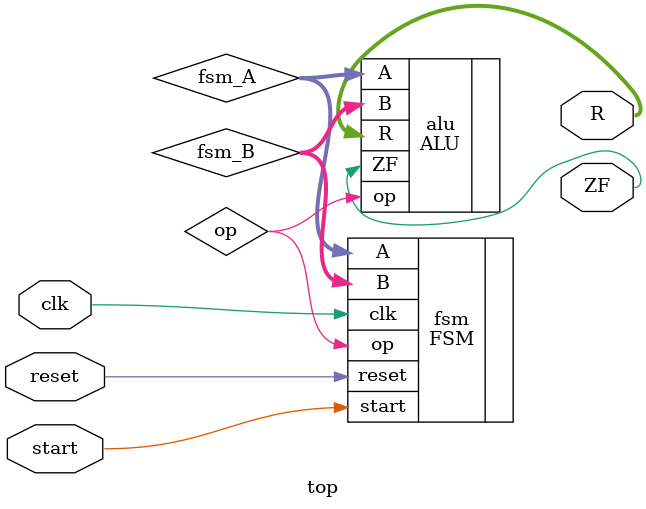
<source format=sv>
module top(
    input wire clk, reset, start,
    output wire [4:0] R,
    output wire ZF);

wire [4:0] fsm_A, fsm_B;
wire op;

FSM fsm(
            .clk(clk),
            .reset(reset),
            .start(start),
            .A(fsm_A),
            .B(fsm_B),
            .op(op));

ALU alu(
            .A(fsm_A),
            .B(fsm_B),
            .op(op),
            .R(R),
            .ZF(ZF));

endmodule
</source>
